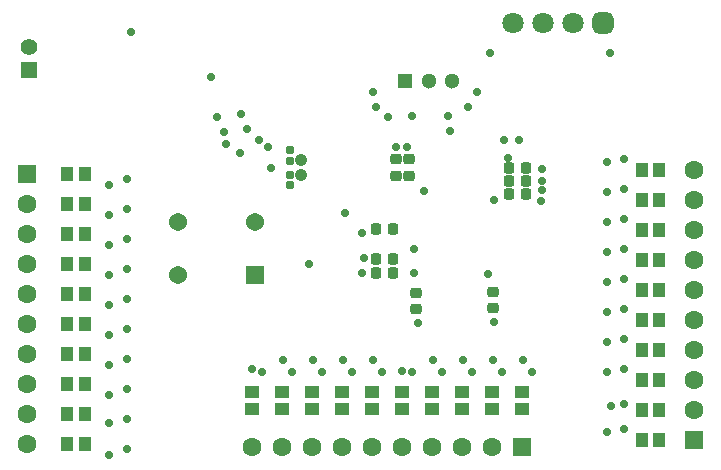
<source format=gbs>
G04*
G04 #@! TF.GenerationSoftware,Altium Limited,Altium Designer,25.7.1 (20)*
G04*
G04 Layer_Color=16711935*
%FSLAX44Y44*%
%MOMM*%
G71*
G04*
G04 #@! TF.SameCoordinates,711889C3-5294-40D1-B7F6-5CF0684BB26A*
G04*
G04*
G04 #@! TF.FilePolarity,Negative*
G04*
G01*
G75*
%ADD27R,1.2032X1.0032*%
%ADD29R,1.0032X1.2032*%
G04:AMPARAMS|DCode=32|XSize=0.9632mm|YSize=0.8636mm|CornerRadius=0.1842mm|HoleSize=0mm|Usage=FLASHONLY|Rotation=0.000|XOffset=0mm|YOffset=0mm|HoleType=Round|Shape=RoundedRectangle|*
%AMROUNDEDRECTD32*
21,1,0.9632,0.4953,0,0,0.0*
21,1,0.5949,0.8636,0,0,0.0*
1,1,0.3683,0.2975,-0.2477*
1,1,0.3683,-0.2975,-0.2477*
1,1,0.3683,-0.2975,0.2477*
1,1,0.3683,0.2975,0.2477*
%
%ADD32ROUNDEDRECTD32*%
%ADD37R,1.3900X1.3900*%
%ADD38C,1.3900*%
%ADD39C,1.8032*%
G04:AMPARAMS|DCode=40|XSize=1.8032mm|YSize=1.8032mm|CornerRadius=0.5016mm|HoleSize=0mm|Usage=FLASHONLY|Rotation=180.000|XOffset=0mm|YOffset=0mm|HoleType=Round|Shape=RoundedRectangle|*
%AMROUNDEDRECTD40*
21,1,1.8032,0.8000,0,0,180.0*
21,1,0.8000,1.8032,0,0,180.0*
1,1,1.0032,-0.4000,0.4000*
1,1,1.0032,0.4000,0.4000*
1,1,1.0032,0.4000,-0.4000*
1,1,1.0032,-0.4000,-0.4000*
%
%ADD40ROUNDEDRECTD40*%
%ADD41R,1.3000X1.3000*%
%ADD42C,1.3000*%
%ADD43C,1.5400*%
%ADD44C,1.0632*%
%ADD45R,1.5400X1.5400*%
%ADD46C,1.6032*%
%ADD47R,1.6032X1.6032*%
%ADD48R,1.6032X1.6032*%
%ADD49C,0.7112*%
G04:AMPARAMS|DCode=71|XSize=0.9632mm|YSize=0.8636mm|CornerRadius=0.1842mm|HoleSize=0mm|Usage=FLASHONLY|Rotation=90.000|XOffset=0mm|YOffset=0mm|HoleType=Round|Shape=RoundedRectangle|*
%AMROUNDEDRECTD71*
21,1,0.9632,0.4953,0,0,90.0*
21,1,0.5949,0.8636,0,0,90.0*
1,1,0.3683,0.2477,0.2975*
1,1,0.3683,0.2477,-0.2975*
1,1,0.3683,-0.2477,-0.2975*
1,1,0.3683,-0.2477,0.2975*
%
%ADD71ROUNDEDRECTD71*%
G04:AMPARAMS|DCode=72|XSize=0.7532mm|YSize=0.7032mm|CornerRadius=0.1641mm|HoleSize=0mm|Usage=FLASHONLY|Rotation=180.000|XOffset=0mm|YOffset=0mm|HoleType=Round|Shape=RoundedRectangle|*
%AMROUNDEDRECTD72*
21,1,0.7532,0.3750,0,0,180.0*
21,1,0.4250,0.7032,0,0,180.0*
1,1,0.3282,-0.2125,0.1875*
1,1,0.3282,0.2125,0.1875*
1,1,0.3282,0.2125,-0.1875*
1,1,0.3282,-0.2125,-0.1875*
%
%ADD72ROUNDEDRECTD72*%
D27*
X447040Y246260D02*
D03*
X421640D02*
D03*
X396240Y246260D02*
D03*
X370840D02*
D03*
X345440D02*
D03*
X320040D02*
D03*
X294640D02*
D03*
X218440D02*
D03*
X243840D02*
D03*
X269240D02*
D03*
X421640Y231260D02*
D03*
X370840Y231260D02*
D03*
X218440D02*
D03*
X243840D02*
D03*
X269240D02*
D03*
X294640D02*
D03*
X320040D02*
D03*
X345440D02*
D03*
X396240D02*
D03*
X447040Y231260D02*
D03*
D29*
X548760Y434340D02*
D03*
Y408940D02*
D03*
Y383540D02*
D03*
Y358140D02*
D03*
Y332740D02*
D03*
Y307340D02*
D03*
Y281940D02*
D03*
Y256540D02*
D03*
Y231140D02*
D03*
Y205740D02*
D03*
X77230Y430530D02*
D03*
Y405130D02*
D03*
Y379730D02*
D03*
Y354330D02*
D03*
Y328930D02*
D03*
Y278130D02*
D03*
Y303530D02*
D03*
Y227330D02*
D03*
Y252730D02*
D03*
Y201930D02*
D03*
X62230Y430530D02*
D03*
Y227330D02*
D03*
Y252730D02*
D03*
Y303530D02*
D03*
Y278130D02*
D03*
Y379730D02*
D03*
Y405130D02*
D03*
Y354330D02*
D03*
Y328930D02*
D03*
Y201930D02*
D03*
X563760Y434340D02*
D03*
Y408940D02*
D03*
Y383540D02*
D03*
Y358140D02*
D03*
Y332740D02*
D03*
Y307340D02*
D03*
Y281940D02*
D03*
Y256540D02*
D03*
Y231140D02*
D03*
Y205740D02*
D03*
D32*
X422758Y316850D02*
D03*
X357988Y316200D02*
D03*
X351638Y443260D02*
D03*
X340716D02*
D03*
Y429260D02*
D03*
X351638D02*
D03*
X422758Y330850D02*
D03*
X357988Y330200D02*
D03*
D37*
X30360Y518534D02*
D03*
D38*
Y538534D02*
D03*
D39*
X490220Y558800D02*
D03*
X464820D02*
D03*
X439420D02*
D03*
D40*
X515620D02*
D03*
D41*
X348300Y509270D02*
D03*
D42*
X388300D02*
D03*
X368300D02*
D03*
D43*
X156082Y344890D02*
D03*
Y389890D02*
D03*
X221082D02*
D03*
D44*
X260062Y430118D02*
D03*
Y442118D02*
D03*
D45*
X221082Y344890D02*
D03*
D46*
X370840Y199390D02*
D03*
X27940Y328930D02*
D03*
Y201930D02*
D03*
Y252730D02*
D03*
Y303530D02*
D03*
Y405130D02*
D03*
Y227330D02*
D03*
Y354330D02*
D03*
Y278130D02*
D03*
Y379730D02*
D03*
X421640Y199390D02*
D03*
X396240D02*
D03*
X345440D02*
D03*
X320040D02*
D03*
X294640D02*
D03*
X269240D02*
D03*
X243840D02*
D03*
X218440D02*
D03*
X593090Y231140D02*
D03*
Y256540D02*
D03*
Y281940D02*
D03*
Y307340D02*
D03*
Y332740D02*
D03*
Y358140D02*
D03*
Y383540D02*
D03*
Y408940D02*
D03*
Y434340D02*
D03*
D47*
X27940Y430530D02*
D03*
X593090Y205740D02*
D03*
D48*
X447040Y199390D02*
D03*
D49*
X533717Y265747D02*
D03*
X463550Y407793D02*
D03*
X444500Y459740D02*
D03*
X521970Y533400D02*
D03*
X519430Y415290D02*
D03*
Y440690D02*
D03*
X463906Y417322D02*
D03*
Y435102D02*
D03*
X519430Y364490D02*
D03*
Y389890D02*
D03*
Y339090D02*
D03*
X463906Y424688D02*
D03*
X519430Y288290D02*
D03*
Y313690D02*
D03*
Y262890D02*
D03*
X448310Y273050D02*
D03*
X522397Y234523D02*
D03*
X519430Y212090D02*
D03*
X423520Y305054D02*
D03*
X359512Y304546D02*
D03*
X422910Y273050D02*
D03*
X372110D02*
D03*
X397510D02*
D03*
X354330Y480060D02*
D03*
X349860Y453644D02*
D03*
X183776Y513040D02*
D03*
X340716Y453644D02*
D03*
X313970Y359694D02*
D03*
X113030Y426720D02*
D03*
Y401320D02*
D03*
Y375920D02*
D03*
X321310Y273050D02*
D03*
X312014Y346456D02*
D03*
X270510Y273050D02*
D03*
X295910D02*
D03*
X245110D02*
D03*
X345440Y263652D02*
D03*
X218440Y265931D02*
D03*
X113030Y248920D02*
D03*
Y198120D02*
D03*
Y223520D02*
D03*
Y350520D02*
D03*
Y325120D02*
D03*
Y299720D02*
D03*
Y274320D02*
D03*
X533400Y443230D02*
D03*
Y417830D02*
D03*
Y367030D02*
D03*
Y392430D02*
D03*
X423520Y408940D02*
D03*
X420370Y533400D02*
D03*
X384810Y480060D02*
D03*
X364338Y415798D02*
D03*
X356210Y367030D02*
D03*
X533400Y290830D02*
D03*
Y341630D02*
D03*
Y316230D02*
D03*
X455930Y262890D02*
D03*
X430530D02*
D03*
X533400Y214630D02*
D03*
Y235666D02*
D03*
X418948Y345694D02*
D03*
X355702Y346456D02*
D03*
X405130Y262890D02*
D03*
X379730D02*
D03*
X354330D02*
D03*
X297790Y397256D02*
D03*
X234950Y435610D02*
D03*
X116720Y550632D02*
D03*
X97790Y421640D02*
D03*
Y396240D02*
D03*
Y370840D02*
D03*
X303530Y262890D02*
D03*
X328930D02*
D03*
X278130D02*
D03*
X267310Y354584D02*
D03*
X227330Y262890D02*
D03*
X252730D02*
D03*
X97790Y193040D02*
D03*
Y345440D02*
D03*
Y320040D02*
D03*
Y294640D02*
D03*
Y269240D02*
D03*
Y243840D02*
D03*
Y219583D02*
D03*
X431800Y459740D02*
D03*
X435610Y444500D02*
D03*
X196995Y455785D02*
D03*
X194793Y466090D02*
D03*
X214507Y468507D02*
D03*
X224790Y459740D02*
D03*
X208280Y448310D02*
D03*
X189230Y478790D02*
D03*
X209550Y481330D02*
D03*
X321310Y500380D02*
D03*
X408940D02*
D03*
X323850Y487680D02*
D03*
X401320D02*
D03*
X334010Y478790D02*
D03*
X386080Y467360D02*
D03*
X232410Y453390D02*
D03*
X312014Y381000D02*
D03*
D71*
X450586Y424688D02*
D03*
Y435356D02*
D03*
Y414020D02*
D03*
X324064Y358648D02*
D03*
Y346456D02*
D03*
X436586Y435356D02*
D03*
Y424688D02*
D03*
Y414020D02*
D03*
X338064Y384302D02*
D03*
Y358648D02*
D03*
Y346456D02*
D03*
X324064Y384302D02*
D03*
D72*
X251308Y450778D02*
D03*
X251308Y421118D02*
D03*
Y430118D02*
D03*
X251308Y441778D02*
D03*
M02*

</source>
